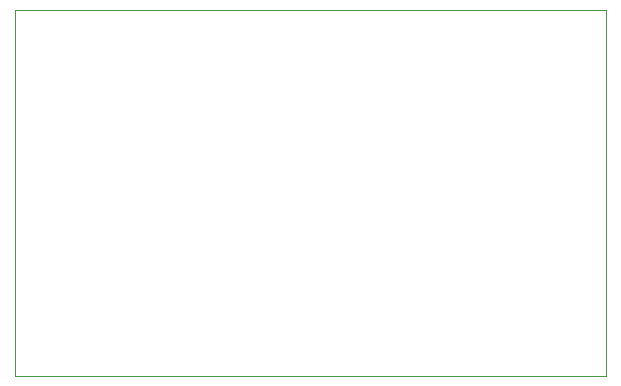
<source format=gko>
G04 Layer_Color=16711935*
%FSLAX43Y43*%
%MOMM*%
G71*
G01*
G75*
%ADD28C,0.100*%
D28*
X0Y31000D02*
X50000D01*
X0Y0D02*
Y31000D01*
X50000Y0D02*
Y31000D01*
X0Y0D02*
X50000D01*
M02*

</source>
